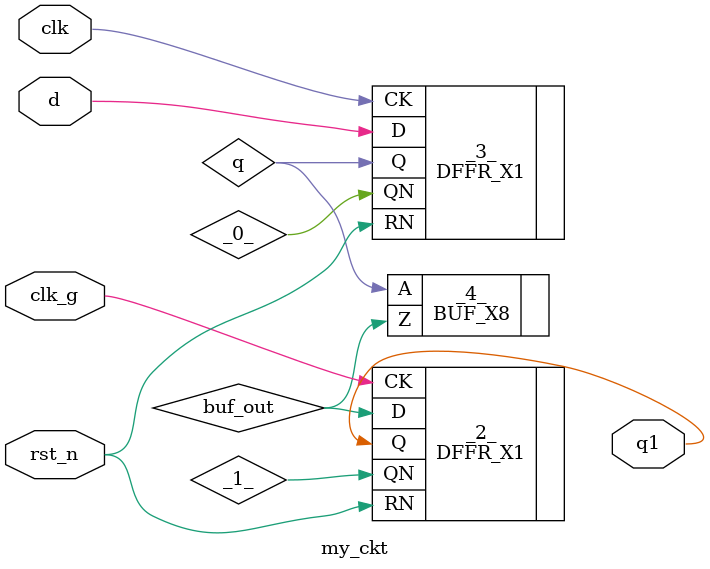
<source format=v>
/* Generated by Yosys 0.56+30 (git sha1 2d90e80b5, g++ 11.4.0-1ubuntu1~22.04 -fPIC -O3) */

module my_ckt(clk, clk_g, rst_n, d, q1);
  input clk;
  wire clk;
  input clk_g;
  wire clk_g;
  input rst_n;
  wire rst_n;
  input d;
  wire d;
  output q1;
  wire q1;
  wire _0_;
  wire _1_;
  wire buf_out;
  wire q;
  DFFR_X1 _2_ (
    .CK(clk_g),
    .D(buf_out),
    .Q(q1),
    .QN(_1_),
    .RN(rst_n)
  );
  DFFR_X1 _3_ (
    .CK(clk),
    .D(d),
    .Q(q),
    .QN(_0_),
    .RN(rst_n)
  );
  BUF_X8 _4_ (
    .A(q),
    .Z(buf_out)
  );
endmodule

</source>
